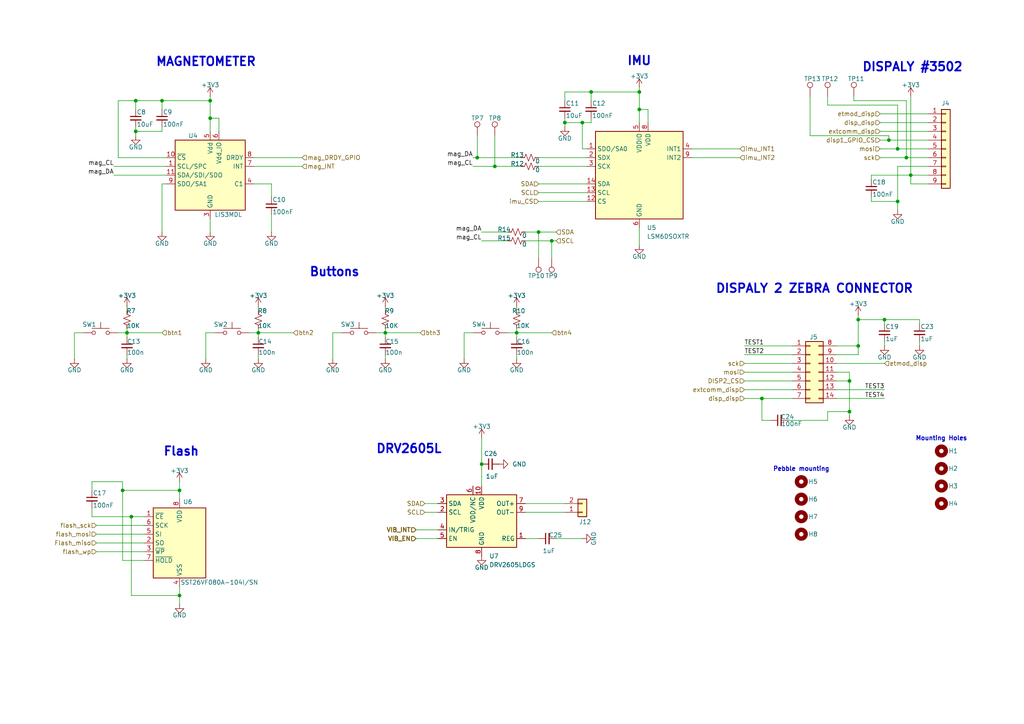
<source format=kicad_sch>
(kicad_sch (version 20231120) (generator "eeschema") (generator_version "8.0")
  (paper "A4")
  (lib_symbols
    (symbol "Connector:TestPoint" (pin_numbers hide) (pin_names (offset 0.762) hide)
      (property "Reference" "TP" (at 0 6.858 0))
      (property "Value" "TestPoint" (at 0 5.08 0))
      (symbol "TestPoint_0_1"
        (circle (center 0 3.302) (radius 0.762))
      )
      (symbol "TestPoint_1_1"
        (pin passive line (at 0 0 90) (length 2.54) (name "1") (number "1"))
      )
    )
    (symbol "Connector_Generic:Conn_01x02" (pin_names (offset 1.016) hide)
      (property "Reference" "J" (at 0 2.54 0))
      (property "Value" "Conn_01x02" (at 0 -5.08 0))
      (symbol "Conn_01x02_1_1"
        (rectangle (start -1.27 -2.413) (end 0 -2.667) (stroke (width 0.1524)))
        (rectangle (start -1.27 0.127) (end 0 -0.127) (stroke (width 0.1524)))
        (rectangle (start -1.27 1.27) (end 1.27 -3.81) (stroke (width 0.254)) (fill (type background)))
        (pin passive line (at -5.08 0 0) (length 3.81) (name "Pin_1") (number "1"))
        (pin passive line (at -5.08 -2.54 0) (length 3.81) (name "Pin_2") (number "2"))
      )
    )
    (symbol "Connector_Generic:Conn_01x09" (pin_names (offset 1.016) hide)
      (property "Reference" "J" (at 0 12.7 0))
      (property "Value" "Conn_01x09" (at 0 -12.7 0))
      (symbol "Conn_01x09_1_1"
        (rectangle (start -1.27 -10.033) (end 0 -10.287) (stroke (width 0.1524)))
        (rectangle (start -1.27 -7.493) (end 0 -7.747) (stroke (width 0.1524)))
        (rectangle (start -1.27 -4.953) (end 0 -5.207) (stroke (width 0.1524)))
        (rectangle (start -1.27 -2.413) (end 0 -2.667) (stroke (width 0.1524)))
        (rectangle (start -1.27 0.127) (end 0 -0.127) (stroke (width 0.1524)))
        (rectangle (start -1.27 2.667) (end 0 2.413) (stroke (width 0.1524)))
        (rectangle (start -1.27 5.207) (end 0 4.953) (stroke (width 0.1524)))
        (rectangle (start -1.27 7.747) (end 0 7.493) (stroke (width 0.1524)))
        (rectangle (start -1.27 10.287) (end 0 10.033) (stroke (width 0.1524)))
        (rectangle (start -1.27 11.43) (end 1.27 -11.43) (stroke (width 0.254)) (fill (type background)))
        (pin passive line (at -5.08 10.16 0) (length 3.81) (name "Pin_1") (number "1"))
        (pin passive line (at -5.08 7.62 0) (length 3.81) (name "Pin_2") (number "2"))
        (pin passive line (at -5.08 5.08 0) (length 3.81) (name "Pin_3") (number "3"))
        (pin passive line (at -5.08 2.54 0) (length 3.81) (name "Pin_4") (number "4"))
        (pin passive line (at -5.08 0 0) (length 3.81) (name "Pin_5") (number "5"))
        (pin passive line (at -5.08 -2.54 0) (length 3.81) (name "Pin_6") (number "6"))
        (pin passive line (at -5.08 -5.08 0) (length 3.81) (name "Pin_7") (number "7"))
        (pin passive line (at -5.08 -7.62 0) (length 3.81) (name "Pin_8") (number "8"))
        (pin passive line (at -5.08 -10.16 0) (length 3.81) (name "Pin_9") (number "9"))
      )
    )
    (symbol "Connector_Generic:Conn_02x07_Top_Bottom" (pin_names (offset 1.016) hide)
      (property "Reference" "J" (at 1.27 10.16 0))
      (property "Value" "Conn_02x07_Top_Bottom" (at 1.27 -10.16 0))
      (symbol "Conn_02x07_Top_Bottom_1_1"
        (rectangle (start -1.27 -7.493) (end 0 -7.747) (stroke (width 0.1524)))
        (rectangle (start -1.27 -4.953) (end 0 -5.207) (stroke (width 0.1524)))
        (rectangle (start -1.27 -2.413) (end 0 -2.667) (stroke (width 0.1524)))
        (rectangle (start -1.27 0.127) (end 0 -0.127) (stroke (width 0.1524)))
        (rectangle (start -1.27 2.667) (end 0 2.413) (stroke (width 0.1524)))
        (rectangle (start -1.27 5.207) (end 0 4.953) (stroke (width 0.1524)))
        (rectangle (start -1.27 7.747) (end 0 7.493) (stroke (width 0.1524)))
        (rectangle (start -1.27 8.89) (end 3.81 -8.89) (stroke (width 0.254)) (fill (type background)))
        (rectangle (start 3.81 -7.493) (end 2.54 -7.747) (stroke (width 0.1524)))
        (rectangle (start 3.81 -4.953) (end 2.54 -5.207) (stroke (width 0.1524)))
        (rectangle (start 3.81 -2.413) (end 2.54 -2.667) (stroke (width 0.1524)))
        (rectangle (start 3.81 0.127) (end 2.54 -0.127) (stroke (width 0.1524)))
        (rectangle (start 3.81 2.667) (end 2.54 2.413) (stroke (width 0.1524)))
        (rectangle (start 3.81 5.207) (end 2.54 4.953) (stroke (width 0.1524)))
        (rectangle (start 3.81 7.747) (end 2.54 7.493) (stroke (width 0.1524)))
        (pin passive line (at -5.08 7.62 0) (length 3.81) (name "Pin_1") (number "1"))
        (pin passive line (at 7.62 2.54 180) (length 3.81) (name "Pin_10") (number "10"))
        (pin passive line (at 7.62 0 180) (length 3.81) (name "Pin_11") (number "11"))
        (pin passive line (at 7.62 -2.54 180) (length 3.81) (name "Pin_12") (number "12"))
        (pin passive line (at 7.62 -5.08 180) (length 3.81) (name "Pin_13") (number "13"))
        (pin passive line (at 7.62 -7.62 180) (length 3.81) (name "Pin_14") (number "14"))
        (pin passive line (at -5.08 5.08 0) (length 3.81) (name "Pin_2") (number "2"))
        (pin passive line (at -5.08 2.54 0) (length 3.81) (name "Pin_3") (number "3"))
        (pin passive line (at -5.08 0 0) (length 3.81) (name "Pin_4") (number "4"))
        (pin passive line (at -5.08 -2.54 0) (length 3.81) (name "Pin_5") (number "5"))
        (pin passive line (at -5.08 -5.08 0) (length 3.81) (name "Pin_6") (number "6"))
        (pin passive line (at -5.08 -7.62 0) (length 3.81) (name "Pin_7") (number "7"))
        (pin passive line (at 7.62 7.62 180) (length 3.81) (name "Pin_8") (number "8"))
        (pin passive line (at 7.62 5.08 180) (length 3.81) (name "Pin_9") (number "9"))
      )
    )
    (symbol "Device:C_Small" (pin_numbers hide) (pin_names (offset 0.254) hide)
      (property "Reference" "C" (at 0.254 1.778 0))
      (property "Value" "C_Small" (at 0.254 -2.032 0))
      (symbol "C_Small_0_1"
        (polyline (pts (xy -1.524 -0.508) (xy 1.524 -0.508)) (stroke (width 0.3302)))
        (polyline (pts (xy -1.524 0.508) (xy 1.524 0.508)) (stroke (width 0.3048)))
      )
      (symbol "C_Small_1_1"
        (pin passive line (at 0 2.54 270) (length 2.032) (name "~") (number "1"))
        (pin passive line (at 0 -2.54 90) (length 2.032) (name "~") (number "2"))
      )
    )
    (symbol "Device:R_Small_US" (pin_numbers hide) (pin_names (offset 0.254) hide)
      (property "Reference" "R" (at 0.762 0.508 0))
      (property "Value" "R_Small_US" (at 0.762 -1.016 0))
      (symbol "R_Small_US_1_1"
        (polyline (pts (xy 0 0) (xy 1.016 -0.381) (xy 0 -0.762) (xy -1.016 -1.143) (xy 0 -1.524)))
        (polyline (pts (xy 0 1.524) (xy 1.016 1.143) (xy 0 0.762) (xy -1.016 0.381) (xy 0 0)))
        (pin passive line (at 0 2.54 270) (length 1.016) (name "~") (number "1"))
        (pin passive line (at 0 -2.54 90) (length 1.016) (name "~") (number "2"))
      )
    )
    (symbol "Driver_Haptic:DRV2605LDGS"
      (property "Reference" "U" (at -10.16 8.255 0))
      (property "Value" "DRV2605LDGS" (at 2.54 -8.89 0))
      (symbol "DRV2605LDGS_0_1"
        (rectangle (start -10.16 7.62) (end 10.16 -7.62) (stroke (width 0.254)) (fill (type background)))
      )
      (symbol "DRV2605LDGS_1_1"
        (pin passive line (at 12.7 -5.08 180) (length 2.54) (name "REG") (number "1"))
        (pin power_in line (at 0 10.16 270) (length 2.54) (name "VDD") (number "10"))
        (pin input line (at -12.7 2.54 0) (length 2.54) (name "SCL") (number "2"))
        (pin bidirectional line (at -12.7 5.08 0) (length 2.54) (name "SDA") (number "3"))
        (pin input line (at -12.7 -2.54 0) (length 2.54) (name "IN/TRIG") (number "4"))
        (pin input line (at -12.7 -5.08 0) (length 2.54) (name "EN") (number "5"))
        (pin power_in line (at -2.54 10.16 270) (length 2.54) (name "VDD/NC") (number "6"))
        (pin output line (at 12.7 5.08 180) (length 2.54) (name "OUT+") (number "7"))
        (pin power_in line (at 0 -10.16 90) (length 2.54) (name "GND") (number "8"))
        (pin output line (at 12.7 2.54 180) (length 2.54) (name "OUT-") (number "9"))
      )
    )
    (symbol "Mechanical:MountingHole" (pin_names (offset 1.016))
      (property "Reference" "H" (at 0 5.08 0))
      (property "Value" "MountingHole" (at 0 3.175 0))
      (symbol "MountingHole_0_1"
        (circle (center 0 0) (radius 1.27) (stroke (width 1.27)))
      )
    )
    (symbol "Memory_Flash:SST25VF080B-50-4x-S2Ax"
      (property "Reference" "U" (at -6.35 11.43 0))
      (property "Value" "SST25VF080B-50-4x-S2Ax" (at 13.97 11.43 0))
      (symbol "SST25VF080B-50-4x-S2Ax_0_1"
        (rectangle (start -7.62 10.16) (end 7.62 -10.16) (stroke (width 0.254)) (fill (type background)))
      )
      (symbol "SST25VF080B-50-4x-S2Ax_1_1"
        (pin input line (at -10.16 7.62 0) (length 2.54) (name "~{CE}") (number "1"))
        (pin output line (at -10.16 0 0) (length 2.54) (name "SO") (number "2"))
        (pin input line (at -10.16 -2.54 0) (length 2.54) (name "~{WP}") (number "3"))
        (pin power_in line (at 0 -12.7 90) (length 2.54) (name "VSS") (number "4"))
        (pin input line (at -10.16 2.54 0) (length 2.54) (name "SI") (number "5"))
        (pin input line (at -10.16 5.08 0) (length 2.54) (name "SCK") (number "6"))
        (pin input line (at -10.16 -5.08 0) (length 2.54) (name "~{HOLD}") (number "7"))
        (pin power_in line (at 0 12.7 270) (length 2.54) (name "VDD") (number "8"))
      )
    )
    (symbol "Sensor_Magnetic:LIS3MDL"
      (property "Reference" "U" (at -8.89 11.43 0))
      (property "Value" "LIS3MDL" (at 7.62 11.43 0))
      (symbol "LIS3MDL_0_1"
        (rectangle (start -10.16 10.16) (end 10.16 -10.16) (stroke (width 0.254)) (fill (type background)))
      )
      (symbol "LIS3MDL_1_1"
        (pin input line (at -12.7 2.54 0) (length 2.54) (name "SCL/SPC") (number "1"))
        (pin input line (at -12.7 5.08 0) (length 2.54) (name "~{CS}") (number "10"))
        (pin bidirectional line (at -12.7 0 0) (length 2.54) (name "SDA/SDI/SDO") (number "11"))
        (pin passive line (at 0 -12.7 90) (length 2.54) hide (name "GND") (number "12"))
        (pin passive line (at 0 -12.7 90) (length 2.54) hide (name "GND") (number "2"))
        (pin power_in line (at 0 -12.7 90) (length 2.54) (name "GND") (number "3"))
        (pin power_out line (at 12.7 -2.54 180) (length 2.54) (name "C1") (number "4"))
        (pin power_in line (at 0 12.7 270) (length 2.54) (name "Vdd") (number "5"))
        (pin power_in line (at 2.54 12.7 270) (length 2.54) (name "Vdd_IO") (number "6"))
        (pin output line (at 12.7 2.54 180) (length 2.54) (name "INT") (number "7"))
        (pin output line (at 12.7 5.08 180) (length 2.54) (name "DRDY") (number "8"))
        (pin bidirectional line (at -12.7 -2.54 0) (length 2.54) (name "SDO/SA1") (number "9"))
      )
    )
    (symbol "Sensor_Motion:LSM6DS3"
      (property "Reference" "U" (at -11.43 15.24 0))
      (property "Value" "LSM6DS3" (at -11.43 12.7 0))
      (symbol "LSM6DS3_0_1"
        (rectangle (start -12.7 12.7) (end 12.7 -12.7) (stroke (width 0.254)) (fill (type background)))
      )
      (symbol "LSM6DS3_1_1"
        (pin bidirectional line (at -15.24 7.62 0) (length 2.54) (name "SDO/SA0") (number "1"))
        (pin no_connect line (at 12.7 -5.08 180) (length 3.81) hide (name "NC") (number "10"))
        (pin no_connect line (at 12.7 -2.54 180) (length 3.81) hide (name "NC") (number "11"))
        (pin input line (at -15.24 -7.62 0) (length 2.54) (name "CS") (number "12"))
        (pin input line (at -15.24 -5.08 0) (length 2.54) (name "SCL") (number "13"))
        (pin bidirectional line (at -15.24 -2.54 0) (length 2.54) (name "SDA") (number "14"))
        (pin bidirectional line (at -15.24 5.08 0) (length 2.54) (name "SDX") (number "2"))
        (pin input line (at -15.24 2.54 0) (length 2.54) (name "SCX") (number "3"))
        (pin output line (at 15.24 7.62 180) (length 2.54) (name "INT1") (number "4"))
        (pin power_in line (at 0 15.24 270) (length 2.54) (name "VDDIO") (number "5"))
        (pin power_in line (at 0 -15.24 90) (length 2.54) (name "GND") (number "6"))
        (pin passive line (at 0 -15.24 90) (length 2.54) hide (name "GND") (number "7"))
        (pin power_in line (at 2.54 15.24 270) (length 2.54) (name "VDD") (number "8"))
        (pin output line (at 15.24 5.08 180) (length 2.54) (name "INT2") (number "9"))
      )
    )
    (symbol "Switch:SW_Push" (pin_numbers hide) (pin_names (offset 1.016) hide)
      (property "Reference" "SW" (at 1.27 2.54 0))
      (property "Value" "SW_Push" (at 0 -1.524 0))
      (symbol "SW_Push_0_1"
        (circle (center -2.032 0) (radius 0.508))
        (polyline (pts (xy 0 1.27) (xy 0 3.048)))
        (polyline (pts (xy 2.54 1.27) (xy -2.54 1.27)))
        (circle (center 2.032 0) (radius 0.508))
        (pin passive line (at -5.08 0 0) (length 2.54) (name "1") (number "1"))
        (pin passive line (at 5.08 0 180) (length 2.54) (name "2") (number "2"))
      )
    )
    (symbol "power:+3V3" (power) (pin_numbers hide) (pin_names (offset 0) hide)
      (property "Value" "+3V3" (at 0 3.556 0))
      (symbol "+3V3_0_1"
        (polyline (pts (xy -0.762 1.27) (xy 0 2.54)))
        (polyline (pts (xy 0 0) (xy 0 2.54)))
        (polyline (pts (xy 0 2.54) (xy 0.762 1.27)))
      )
      (symbol "+3V3_1_1"
        (pin power_in line (at 0 0 90) (length 0) (name "~") (number "1"))
      )
    )
    (symbol "power:GND" (power) (pin_numbers hide) (pin_names (offset 0) hide)
      (property "Value" "GND" (at 0 -3.81 0))
      (symbol "GND_0_1"
        (polyline (pts (xy 0 0) (xy 0 -1.27) (xy 1.27 -1.27) (xy 0 -2.54) (xy -1.27 -1.27) (xy 0 -1.27)))
      )
      (symbol "GND_1_1"
        (pin power_in line (at 0 0 270) (length 0) (name "~") (number "1"))
      )
    )
  )
  (junction (at 143.51 48.26))
  (junction (at 257.81 40.64))
  (junction (at 264.16 50.8))
  (junction (at 46.99 29.21))
  (junction (at 139.7 134.62))
  (junction (at 74.93 96.52))
  (junction (at 35.56 142.24))
  (junction (at 138.43 45.72))
  (junction (at 220.98 115.57))
  (junction (at 185.42 31.75))
  (junction (at 60.96 29.21))
  (junction (at 185.42 26.67))
  (junction (at 160.02 69.85))
  (junction (at 248.92 92.71))
  (junction (at 163.83 35.56))
  (junction (at 171.45 26.67))
  (junction (at 156.21 67.31))
  (junction (at 60.96 34.29))
  (junction (at 52.07 142.24))
  (junction (at 111.76 96.52))
  (junction (at 38.1 149.86))
  (junction (at 262.89 45.72))
  (junction (at 248.92 100.33))
  (junction (at 36.83 96.52))
  (junction (at 260.35 43.18))
  (junction (at 256.54 92.71))
  (junction (at 246.38 119.38))
  (junction (at 168.91 35.56))
  (junction (at 149.86 96.52))
  (junction (at 260.35 58.42))
  (junction (at 246.38 110.49))
  (junction (at 39.37 38.1))
  (junction (at 52.07 172.72))
  (junction (at 39.37 29.21))
  (wire (pts (xy 120.65 156.21) (xy 127 156.21)))
  (wire (pts (xy 139.7 127) (xy 139.7 134.62)))
  (wire (pts (xy 248.92 92.71) (xy 248.92 100.33)))
  (wire (pts (xy 185.42 26.67) (xy 185.42 31.75)))
  (wire (pts (xy 242.57 100.33) (xy 248.92 100.33)))
  (wire (pts (xy 257.81 40.64) (xy 257.81 39.37)))
  (wire (pts (xy 247.65 29.21) (xy 262.89 29.21)))
  (wire (pts (xy 266.7 99.06) (xy 266.7 100.33)))
  (wire (pts (xy 139.7 69.85) (xy 147.32 69.85)))
  (wire (pts (xy 242.57 107.95) (xy 246.38 107.95)))
  (wire (pts (xy 170.18 43.18) (xy 168.91 43.18)))
  (wire (pts (xy 46.99 67.31) (xy 46.99 53.34)))
  (wire (pts (xy 214.63 43.18) (xy 200.66 43.18)))
  (wire (pts (xy 266.7 93.98) (xy 266.7 92.71)))
  (wire (pts (xy 228.6 121.92) (xy 240.03 121.92)))
  (wire (pts (xy 60.96 29.21) (xy 60.96 34.29)))
  (wire (pts (xy 240.03 119.38) (xy 246.38 119.38)))
  (wire (pts (xy 171.45 26.67) (xy 185.42 26.67)))
  (wire (pts (xy 143.51 39.37) (xy 143.51 48.26)))
  (wire (pts (xy 137.16 96.52) (xy 134.62 96.52)))
  (wire (pts (xy 36.83 102.87) (xy 36.83 104.14)))
  (wire (pts (xy 163.83 29.21) (xy 163.83 26.67)))
  (wire (pts (xy 152.4 156.21) (xy 156.21 156.21)))
  (wire (pts (xy 252.73 52.07) (xy 252.73 50.8)))
  (wire (pts (xy 215.9 105.41) (xy 229.87 105.41)))
  (wire (pts (xy 187.96 31.75) (xy 185.42 31.75)))
  (wire (pts (xy 139.7 134.62) (xy 139.7 140.97)))
  (wire (pts (xy 266.7 92.71) (xy 256.54 92.71)))
  (wire (pts (xy 168.91 35.56) (xy 163.83 35.56)))
  (wire (pts (xy 46.99 36.83) (xy 46.99 38.1)))
  (wire (pts (xy 123.19 148.59) (xy 127 148.59)))
  (wire (pts (xy 156.21 48.26) (xy 170.18 48.26)))
  (wire (pts (xy 252.73 58.42) (xy 260.35 58.42)))
  (wire (pts (xy 74.93 88.9) (xy 74.93 90.17)))
  (wire (pts (xy 215.9 100.33) (xy 229.87 100.33)))
  (wire (pts (xy 260.35 58.42) (xy 260.35 60.96)))
  (wire (pts (xy 96.52 104.14) (xy 96.52 96.52)))
  (wire (pts (xy 60.96 67.31) (xy 60.96 63.5)))
  (wire (pts (xy 156.21 55.88) (xy 170.18 55.88)))
  (wire (pts (xy 171.45 35.56) (xy 168.91 35.56)))
  (wire (pts (xy 262.89 29.21) (xy 262.89 45.72)))
  (wire (pts (xy 260.35 43.18) (xy 260.35 30.48)))
  (wire (pts (xy 260.35 48.26) (xy 260.35 58.42)))
  (wire (pts (xy 34.29 45.72) (xy 48.26 45.72)))
  (wire (pts (xy 74.93 102.87) (xy 74.93 104.14)))
  (wire (pts (xy 137.16 48.26) (xy 143.51 48.26)))
  (wire (pts (xy 72.39 96.52) (xy 74.93 96.52)))
  (wire (pts (xy 26.67 149.86) (xy 38.1 149.86)))
  (wire (pts (xy 215.9 113.03) (xy 229.87 113.03)))
  (wire (pts (xy 109.22 96.52) (xy 111.76 96.52)))
  (wire (pts (xy 39.37 31.75) (xy 39.37 29.21)))
  (wire (pts (xy 264.16 27.94) (xy 264.16 50.8)))
  (wire (pts (xy 63.5 38.1) (xy 63.5 34.29)))
  (wire (pts (xy 214.63 45.72) (xy 200.66 45.72)))
  (wire (pts (xy 139.7 67.31) (xy 147.32 67.31)))
  (wire (pts (xy 256.54 92.71) (xy 248.92 92.71)))
  (wire (pts (xy 52.07 139.7) (xy 52.07 142.24)))
  (wire (pts (xy 52.07 172.72) (xy 52.07 170.18)))
  (wire (pts (xy 134.62 104.14) (xy 134.62 96.52)))
  (wire (pts (xy 60.96 34.29) (xy 60.96 38.1)))
  (wire (pts (xy 242.57 102.87) (xy 248.92 102.87)))
  (wire (pts (xy 161.29 69.85) (xy 160.02 69.85)))
  (wire (pts (xy 252.73 57.15) (xy 252.73 58.42)))
  (wire (pts (xy 240.03 121.92) (xy 240.03 119.38)))
  (wire (pts (xy 185.42 66.04) (xy 185.42 71.12)))
  (wire (pts (xy 168.91 35.56) (xy 168.91 43.18)))
  (wire (pts (xy 27.94 157.48) (xy 41.91 157.48)))
  (wire (pts (xy 215.9 102.87) (xy 229.87 102.87)))
  (wire (pts (xy 38.1 149.86) (xy 38.1 172.72)))
  (wire (pts (xy 234.95 27.94) (xy 234.95 39.37)))
  (wire (pts (xy 41.91 149.86) (xy 38.1 149.86)))
  (wire (pts (xy 255.27 40.64) (xy 257.81 40.64)))
  (wire (pts (xy 35.56 142.24) (xy 52.07 142.24)))
  (wire (pts (xy 111.76 88.9) (xy 111.76 90.17)))
  (wire (pts (xy 33.02 50.8) (xy 48.26 50.8)))
  (wire (pts (xy 138.43 45.72) (xy 151.13 45.72)))
  (wire (pts (xy 255.27 35.56) (xy 269.24 35.56)))
  (wire (pts (xy 78.74 53.34) (xy 73.66 53.34)))
  (wire (pts (xy 74.93 95.25) (xy 74.93 96.52)))
  (wire (pts (xy 152.4 148.59) (xy 163.83 148.59)))
  (wire (pts (xy 36.83 88.9) (xy 36.83 90.17)))
  (wire (pts (xy 161.29 156.21) (xy 168.91 156.21)))
  (wire (pts (xy 185.42 31.75) (xy 185.42 35.56)))
  (wire (pts (xy 36.83 95.25) (xy 36.83 96.52)))
  (wire (pts (xy 215.9 107.95) (xy 229.87 107.95)))
  (wire (pts (xy 264.16 50.8) (xy 264.16 53.34)))
  (wire (pts (xy 39.37 29.21) (xy 46.99 29.21)))
  (wire (pts (xy 74.93 96.52) (xy 74.93 97.79)))
  (wire (pts (xy 163.83 35.56) (xy 163.83 36.83)))
  (wire (pts (xy 161.29 67.31) (xy 156.21 67.31)))
  (wire (pts (xy 62.23 96.52) (xy 59.69 96.52)))
  (wire (pts (xy 246.38 110.49) (xy 246.38 119.38)))
  (wire (pts (xy 24.13 96.52) (xy 21.59 96.52)))
  (wire (pts (xy 21.59 104.14) (xy 21.59 96.52)))
  (wire (pts (xy 185.42 25.4) (xy 185.42 26.67)))
  (wire (pts (xy 143.51 48.26) (xy 151.13 48.26)))
  (wire (pts (xy 33.02 48.26) (xy 48.26 48.26)))
  (wire (pts (xy 138.43 39.37) (xy 138.43 45.72)))
  (wire (pts (xy 137.16 45.72) (xy 138.43 45.72)))
  (wire (pts (xy 63.5 34.29) (xy 60.96 34.29)))
  (wire (pts (xy 35.56 142.24) (xy 35.56 139.7)))
  (wire (pts (xy 36.83 96.52) (xy 36.83 97.79)))
  (wire (pts (xy 87.63 45.72) (xy 73.66 45.72)))
  (wire (pts (xy 171.45 34.29) (xy 171.45 35.56)))
  (wire (pts (xy 34.29 45.72) (xy 34.29 29.21)))
  (wire (pts (xy 46.99 38.1) (xy 39.37 38.1)))
  (wire (pts (xy 120.65 153.67) (xy 127 153.67)))
  (wire (pts (xy 111.76 96.52) (xy 111.76 97.79)))
  (wire (pts (xy 111.76 95.25) (xy 111.76 96.52)))
  (wire (pts (xy 240.03 30.48) (xy 240.03 27.94)))
  (wire (pts (xy 262.89 45.72) (xy 269.24 45.72)))
  (wire (pts (xy 123.19 146.05) (xy 127 146.05)))
  (wire (pts (xy 60.96 27.94) (xy 60.96 29.21)))
  (wire (pts (xy 59.69 104.14) (xy 59.69 96.52)))
  (wire (pts (xy 87.63 48.26) (xy 73.66 48.26)))
  (wire (pts (xy 215.9 110.49) (xy 229.87 110.49)))
  (wire (pts (xy 163.83 34.29) (xy 163.83 35.56)))
  (wire (pts (xy 246.38 107.95) (xy 246.38 110.49)))
  (wire (pts (xy 149.86 96.52) (xy 160.02 96.52)))
  (wire (pts (xy 46.99 53.34) (xy 48.26 53.34)))
  (wire (pts (xy 46.99 29.21) (xy 60.96 29.21)))
  (wire (pts (xy 171.45 29.21) (xy 171.45 26.67)))
  (wire (pts (xy 160.02 69.85) (xy 160.02 74.93)))
  (wire (pts (xy 163.83 26.67) (xy 171.45 26.67)))
  (wire (pts (xy 34.29 29.21) (xy 39.37 29.21)))
  (wire (pts (xy 99.06 96.52) (xy 96.52 96.52)))
  (wire (pts (xy 149.86 95.25) (xy 149.86 96.52)))
  (wire (pts (xy 252.73 50.8) (xy 264.16 50.8)))
  (wire (pts (xy 256.54 93.98) (xy 256.54 92.71)))
  (wire (pts (xy 223.52 121.92) (xy 220.98 121.92)))
  (wire (pts (xy 255.27 45.72) (xy 262.89 45.72)))
  (wire (pts (xy 156.21 58.42) (xy 170.18 58.42)))
  (wire (pts (xy 215.9 115.57) (xy 220.98 115.57)))
  (wire (pts (xy 246.38 110.49) (xy 242.57 110.49)))
  (wire (pts (xy 34.29 96.52) (xy 36.83 96.52)))
  (wire (pts (xy 26.67 139.7) (xy 35.56 139.7)))
  (wire (pts (xy 39.37 38.1) (xy 39.37 39.37)))
  (wire (pts (xy 52.07 142.24) (xy 52.07 144.78)))
  (wire (pts (xy 255.27 38.1) (xy 269.24 38.1)))
  (wire (pts (xy 152.4 146.05) (xy 163.83 146.05)))
  (wire (pts (xy 240.03 30.48) (xy 260.35 30.48)))
  (wire (pts (xy 269.24 48.26) (xy 260.35 48.26)))
  (wire (pts (xy 247.65 27.94) (xy 247.65 29.21)))
  (wire (pts (xy 257.81 40.64) (xy 269.24 40.64)))
  (wire (pts (xy 74.93 96.52) (xy 85.09 96.52)))
  (wire (pts (xy 149.86 96.52) (xy 149.86 97.79)))
  (wire (pts (xy 147.32 96.52) (xy 149.86 96.52)))
  (wire (pts (xy 156.21 53.34) (xy 170.18 53.34)))
  (wire (pts (xy 39.37 36.83) (xy 39.37 38.1)))
  (wire (pts (xy 36.83 96.52) (xy 46.99 96.52)))
  (wire (pts (xy 111.76 102.87) (xy 111.76 104.14)))
  (wire (pts (xy 255.27 33.02) (xy 269.24 33.02)))
  (wire (pts (xy 264.16 53.34) (xy 269.24 53.34)))
  (wire (pts (xy 246.38 119.38) (xy 246.38 120.65)))
  (wire (pts (xy 38.1 172.72) (xy 52.07 172.72)))
  (wire (pts (xy 52.07 172.72) (xy 52.07 175.26)))
  (wire (pts (xy 41.91 162.56) (xy 35.56 162.56)))
  (wire (pts (xy 156.21 45.72) (xy 170.18 45.72)))
  (wire (pts (xy 78.74 57.15) (xy 78.74 53.34)))
  (wire (pts (xy 256.54 115.57) (xy 242.57 115.57)))
  (wire (pts (xy 256.54 105.41) (xy 242.57 105.41)))
  (wire (pts (xy 27.94 152.4) (xy 41.91 152.4)))
  (wire (pts (xy 269.24 50.8) (xy 264.16 50.8)))
  (wire (pts (xy 220.98 115.57) (xy 229.87 115.57)))
  (wire (pts (xy 78.74 67.31) (xy 78.74 62.23)))
  (wire (pts (xy 248.92 102.87) (xy 248.92 100.33)))
  (wire (pts (xy 156.21 67.31) (xy 156.21 74.93)))
  (wire (pts (xy 257.81 39.37) (xy 234.95 39.37)))
  (wire (pts (xy 27.94 160.02) (xy 41.91 160.02)))
  (wire (pts (xy 26.67 147.32) (xy 26.67 149.86)))
  (wire (pts (xy 256.54 99.06) (xy 256.54 100.33)))
  (wire (pts (xy 187.96 35.56) (xy 187.96 31.75)))
  (wire (pts (xy 111.76 96.52) (xy 121.92 96.52)))
  (wire (pts (xy 149.86 102.87) (xy 149.86 104.14)))
  (wire (pts (xy 156.21 67.31) (xy 152.4 67.31)))
  (wire (pts (xy 260.35 43.18) (xy 269.24 43.18)))
  (wire (pts (xy 149.86 88.9) (xy 149.86 90.17)))
  (wire (pts (xy 46.99 31.75) (xy 46.99 29.21)))
  (wire (pts (xy 220.98 115.57) (xy 220.98 121.92)))
  (wire (pts (xy 248.92 91.44) (xy 248.92 92.71)))
  (wire (pts (xy 255.27 43.18) (xy 260.35 43.18)))
  (wire (pts (xy 26.67 139.7) (xy 26.67 142.24)))
  (wire (pts (xy 35.56 162.56) (xy 35.56 142.24)))
  (wire (pts (xy 256.54 113.03) (xy 242.57 113.03)))
  (wire (pts (xy 27.94 154.94) (xy 41.91 154.94)))
  (wire (pts (xy 160.02 69.85) (xy 152.4 69.85)))
  (text "MAGNETOMETER " (at 60.706 18.034 0) (effects (font (size 2.5 2.5) (thickness 0.5) (bold yes))))
  (text "DISPALY #3502" (at 264.668 19.558 0) (effects (font (size 2.5 2.5) (thickness 0.5) (bold yes))))
  (text "Buttons" (at 97.028 78.994 0) (effects (font (size 2.5 2.5) (thickness 0.5) (bold yes))))
  (text "Mounting Holes" (at 273.05 127.254 0) (effects (font (size 1.27 1.27) (thickness 0.254) (bold yes))))
  (text "DISPALY 2 ZEBRA CONNECTOR" (at 236.22 83.82 0) (effects (font (size 2.5 2.5) (thickness 0.5) (bold yes))))
  (text "Pebble mounting" (at 232.41 136.144 0) (effects (font (size 1.27 1.27) (thickness 0.254) (bold yes))))
  (text "Flash" (at 52.578 131.064 0) (effects (font (size 2.5 2.5) (thickness 0.5) (bold yes))))
  (text "IMU" (at 185.42 17.78 0) (effects (font (size 2.5 2.5) (thickness 0.5) (bold yes))))
  (text "DRV2605L" (at 118.618 130.302 0) (effects (font (size 2.5 2.5) (thickness 0.5) (bold yes))))
  (label "TEST3" (at 256.54 113.03 180))
  (label "mag_CL" (at 33.02 48.26 180))
  (label "mag_DA" (at 139.7 67.31 180))
  (label "mag_DA" (at 137.16 45.72 180))
  (label "TEST2" (at 215.9 102.87 0))
  (label "mag_DA" (at 33.02 50.8 180))
  (label "mag_CL" (at 139.7 69.85 180))
  (label "mag_CL" (at 137.16 48.26 180))
  (label "TEST4" (at 256.54 115.57 180))
  (label "TEST1" (at 215.9 100.33 0))
  (hierarchical_label "disp1_GPIO_CS" (shape input) (at 255.27 40.64 180))
  (hierarchical_label "imu_INT2" (shape input) (at 214.63 45.72 0))
  (hierarchical_label "imu_INT1" (shape input) (at 214.63 43.18 0))
  (hierarchical_label "flash_mosi" (shape input) (at 27.94 154.94 180))
  (hierarchical_label "sck" (shape input) (at 215.9 105.41 180))
  (hierarchical_label "btn3" (shape input) (at 121.92 96.52 0))
  (hierarchical_label "btn2" (shape input) (at 85.09 96.52 0))
  (hierarchical_label "VIB_INT" (shape input) (at 120.65 153.67 180) (effects (font (thickness 0.254) (bold yes))))
  (hierarchical_label "SCL" (shape input) (at 161.29 69.85 0))
  (hierarchical_label "extcomm_disp" (shape input) (at 215.9 113.03 180))
  (hierarchical_label "VIB_EN" (shape input) (at 120.65 156.21 180) (effects (font (thickness 0.254) (bold yes))))
  (hierarchical_label "DISP2_CS" (shape input) (at 215.9 110.49 180))
  (hierarchical_label "flash_wp" (shape input) (at 27.94 160.02 180))
  (hierarchical_label "btn1" (shape input) (at 46.99 96.52 0))
  (hierarchical_label "flash_sck" (shape input) (at 27.94 152.4 180))
  (hierarchical_label "extcomm_disp" (shape input) (at 255.27 38.1 180))
  (hierarchical_label "Flash_miso" (shape input) (at 27.94 157.48 180))
  (hierarchical_label "disp_disp" (shape input) (at 215.9 115.57 180))
  (hierarchical_label "mosi" (shape input) (at 215.9 107.95 180))
  (hierarchical_label "mag_INT" (shape input) (at 87.63 48.26 0))
  (hierarchical_label "SDA" (shape input) (at 123.19 146.05 180))
  (hierarchical_label "SCL" (shape input) (at 156.21 55.88 180))
  (hierarchical_label "imu_CS" (shape input) (at 156.21 58.42 180))
  (hierarchical_label "mag_DRDY_GPIO" (shape input) (at 87.63 45.72 0))
  (hierarchical_label "SCL" (shape input) (at 123.19 148.59 180))
  (hierarchical_label "etmod_disp" (shape input) (at 256.54 105.41 0))
  (hierarchical_label "sck" (shape input) (at 255.27 45.72 180))
  (hierarchical_label "SDA" (shape input) (at 161.29 67.31 0))
  (hierarchical_label "btn4" (shape input) (at 160.02 96.52 0))
  (hierarchical_label "disp_disp" (shape input) (at 255.27 35.56 180))
  (hierarchical_label "mosi" (shape input) (at 255.27 43.18 180))
  (hierarchical_label "SDA" (shape input) (at 156.21 53.34 180))
  (hierarchical_label "etmod_disp" (shape input) (at 255.27 33.02 180))
  (symbol (lib_id "power:GND") (at 46.99 67.31 0) (unit 1)
    (property "Reference" "#PWR028" (effects (hide yes)))
    (property "Value" "GND" (at 46.99 70.612 0))
    (property "Description" "Power symbol creates a global label with name \"GND\" , ground" (effects (hide yes)))
  )
  (symbol (lib_id "Connector:TestPoint") (at 156.21 74.93 180) (unit 1)
    (property "Reference" "TP10" (at 157.988 80.01 0) (effects (justify left)))
    (property "Value" "TestPoint" (effects (hide yes)))
    (property "Footprint" "TestPoint:TestPoint_Pad_1.5x1.5mm" (effects (hide yes)))
    (property "Description" "test point" (effects (hide yes)))
  )
  (symbol (lib_id "power:GND") (at 134.62 104.14 0) (unit 1)
    (property "Reference" "#PWR043" (effects (hide yes)))
    (property "Value" "GND" (at 134.62 107.315 0))
  )
  (symbol (lib_id "Device:C_Small") (at 46.99 34.29 0) (unit 1)
    (property "Reference" "C9" (at 47.244 32.512 0) (effects (justify left)))
    (property "Value" "100nF" (at 47.244 36.068 0) (effects (justify left)))
    (property "Footprint" "Capacitor_SMD:C_0603_1608Metric_Pad1.08x0.95mm_HandSolder" (effects (hide yes)))
    (property "Description" "Unpolarized capacitor, small symbol" (effects (hide yes)))
  )
  (symbol (lib_id "Switch:SW_Push") (at 29.21 96.52 0) (unit 1)
    (property "Reference" "SW1" (at 25.908 94.107 0))
    (property "Value" "SW_Push" (effects (hide yes)))
    (property "Footprint" "greencharge-footprints:SKRPACE010" (effects (hide yes)))
  )
  (symbol (lib_id "Sensor_Magnetic:LIS3MDL") (at 60.96 50.8 0) (unit 1)
    (property "Reference" "U4" (at 54.61 39.37 0) (effects (justify left)))
    (property "Value" "LIS3MDL" (at 62.23 62.23 0) (effects (justify left)))
    (property "Footprint" "Package_LGA:LGA-12_2x2mm_P0.5mm" (effects (hide yes)))
    (property "Datasheet" "https://www.st.com/resource/en/datasheet/lis3mdl.pdf" (effects (hide yes)))
    (property "Description" "Ultra-low-power, 3-axis digital output magnetometer, LGA-12" (effects (hide yes)))
    (property "MFR#" "LIS3MDLTR" (effects (hide yes)))
  )
  (symbol (lib_id "power:GND") (at 36.83 104.14 0) (unit 1)
    (property "Reference" "#PWR036" (effects (hide yes)))
    (property "Value" "GND" (at 36.83 107.315 0))
  )
  (symbol (lib_id "Connector:TestPoint") (at 143.51 39.37 0) (unit 1)
    (property "Reference" "TP8" (at 141.732 34.29 0) (effects (justify left)))
    (property "Value" "TestPoint" (effects (hide yes)))
    (property "Footprint" "TestPoint:TestPoint_Pad_1.5x1.5mm" (effects (hide yes)))
    (property "Description" "test point" (effects (hide yes)))
  )
  (symbol (lib_id "Memory_Flash:SST25VF080B-50-4x-S2Ax") (at 52.07 157.48 0) (unit 1)
    (property "Reference" "U6" (at 53.086 145.542 0) (effects (justify left)))
    (property "Value" "SST26VF080A-104I/SN" (at 52.324 168.91 0) (effects (justify left)))
    (property "Footprint" "Package_SO:SOIC-8_3.9x4.9mm_P1.27mm" (effects (hide yes)))
    (property "Datasheet" "http://ww1.microchip.com/downloads/en/DeviceDoc/20005045C.pdf" (effects (hide yes)))
    (property "Description" "8-Mbit, 2.7 to 3.6V, SPI Flash Memory, SOIC-8" (effects (hide yes)))
    (property "MFR#" "SST26VF080A-104I/SN" (effects (hide yes)))
  )
  (symbol (lib_id "Switch:SW_Push") (at 142.24 96.52 0) (unit 1)
    (property "Reference" "SW4" (at 138.938 94.107 0))
    (property "Value" "SW_Push" (effects (hide yes)))
    (property "Footprint" "greencharge-footprints:SKRPACE010" (effects (hide yes)))
  )
  (symbol (lib_id "power:GND") (at 144.78 134.62 90) (unit 1)
    (property "Reference" "#PWR09" (effects (hide yes)))
    (property "Value" "GND" (at 148.59 134.6199 90) (effects (justify right)))
    (property "Description" "Power symbol creates a global label with name \"GND\" , ground" (effects (hide yes)))
  )
  (symbol (lib_id "Device:C_Small") (at 26.67 144.78 0) (unit 1)
    (property "Reference" "C17" (at 26.924 143.002 0) (effects (justify left)))
    (property "Value" "100nF" (at 26.924 146.558 0) (effects (justify left)))
    (property "Footprint" "Capacitor_SMD:C_0603_1608Metric_Pad1.08x0.95mm_HandSolder" (effects (hide yes)))
    (property "Description" "Unpolarized capacitor, small symbol" (effects (hide yes)))
  )
  (symbol (lib_id "Switch:SW_Push") (at 67.31 96.52 0) (unit 1)
    (property "Reference" "SW2" (at 64.008 94.107 0))
    (property "Value" "SW_Push" (effects (hide yes)))
    (property "Footprint" "greencharge-footprints:SKRPACE010" (effects (hide yes)))
  )
  (symbol (lib_id "Mechanical:MountingHole") (at 232.41 149.86 0) (unit 1) (in_bom no)
    (property "Reference" "H7" (at 234.442 149.86 0) (effects (justify left)))
    (property "Value" "MountingHole" (effects (hide yes)))
    (property "Footprint" "MountingHole:MountingHole_2.1mm" (effects (hide yes)))
    (property "Description" "Mounting Hole without connection" (effects (hide yes)))
  )
  (symbol (lib_id "power:GND") (at 60.96 67.31 0) (unit 1)
    (property "Reference" "#PWR029" (effects (hide yes)))
    (property "Value" "GND" (at 60.96 70.612 0))
    (property "Description" "Power symbol creates a global label with name \"GND\" , ground" (effects (hide yes)))
  )
  (symbol (lib_id "power:+3V3") (at 74.93 88.9 0) (unit 1)
    (property "Reference" "#PWR038" (effects (hide yes)))
    (property "Value" "+3V3" (at 74.93 85.725 0))
  )
  (symbol (lib_id "Device:C_Small") (at 111.76 100.33 0) (unit 1)
    (property "Reference" "C15" (at 111.76 99.06 0) (effects (justify left)))
    (property "Value" "100n" (at 111.76 102.235 0) (effects (justify left)))
    (property "Footprint" "Capacitor_SMD:C_0603_1608Metric_Pad1.08x0.95mm_HandSolder" (effects (hide yes)))
  )
  (symbol (lib_id "Device:R_Small_US") (at 149.86 69.85 270) (unit 1)
    (property "Reference" "R15" (at 144.272 69.088 90) (effects (justify left)))
    (property "Value" "0" (at 151.384 70.866 90) (effects (justify left)))
    (property "Footprint" "Resistor_SMD:R_0603_1608Metric" (effects (hide yes)))
  )
  (symbol (lib_id "power:GND") (at 111.76 104.14 0) (unit 1)
    (property "Reference" "#PWR042" (effects (hide yes)))
    (property "Value" "GND" (at 111.76 107.315 0))
  )
  (symbol (lib_id "Mechanical:MountingHole") (at 273.05 135.89 0) (unit 1) (in_bom no)
    (property "Reference" "H2" (at 275.082 135.89 0) (effects (justify left)))
    (property "Value" "MountingHole" (effects (hide yes)))
    (property "Footprint" "MountingHole:MountingHole_3.2mm_M3" (effects (hide yes)))
    (property "Description" "Mounting Hole without connection" (effects (hide yes)))
  )
  (symbol (lib_id "power:+3V3") (at 52.07 139.7 0) (unit 1)
    (property "Reference" "#PWR047" (effects (hide yes)))
    (property "Value" "+3V3" (at 52.07 136.525 0))
  )
  (symbol (lib_id "Device:R_Small_US") (at 111.76 92.71 180) (unit 1)
    (property "Reference" "R9" (at 114.3 90.17 0) (effects (justify left)))
    (property "Value" "10K" (at 115.57 94.488 0) (effects (justify left)))
    (property "Footprint" "Resistor_SMD:R_0603_1608Metric" (effects (hide yes)))
  )
  (symbol (lib_id "Device:C_Small") (at 78.74 59.69 0) (unit 1)
    (property "Reference" "C10" (at 78.994 57.912 0) (effects (justify left)))
    (property "Value" "100nF" (at 78.994 61.468 0) (effects (justify left)))
    (property "Footprint" "Capacitor_SMD:C_0603_1608Metric_Pad1.08x0.95mm_HandSolder" (effects (hide yes)))
    (property "Description" "Unpolarized capacitor, small symbol" (effects (hide yes)))
  )
  (symbol (lib_id "power:+3V3") (at 60.96 27.94 0) (unit 1)
    (property "Reference" "#PWR026" (effects (hide yes)))
    (property "Value" "+3V3" (at 60.96 24.638 0))
    (property "Description" "Power symbol creates a global label with name \"+3V3\"" (effects (hide yes)))
  )
  (symbol (lib_id "Connector:TestPoint") (at 234.95 27.94 0) (unit 1)
    (property "Reference" "TP13" (at 233.172 22.86 0) (effects (justify left)))
    (property "Value" "TestPoint" (effects (hide yes)))
    (property "Footprint" "TestPoint:TestPoint_Pad_1.5x1.5mm" (effects (hide yes)))
    (property "Description" "test point" (effects (hide yes)))
  )
  (symbol (lib_id "Device:C_Small") (at 226.06 121.92 90) (unit 1)
    (property "Reference" "C24" (at 230.378 120.904 90) (effects (justify left)))
    (property "Value" "100nF" (at 232.664 122.936 90) (effects (justify left)))
    (property "Footprint" "Capacitor_SMD:C_0603_1608Metric_Pad1.08x0.95mm_HandSolder" (effects (hide yes)))
    (property "Description" "Unpolarized capacitor, small symbol" (effects (hide yes)))
  )
  (symbol (lib_id "Connector_Generic:Conn_02x07_Top_Bottom") (at 234.95 107.95 0) (unit 1) (in_bom no)
    (property "Reference" "J5" (at 235.966 97.79 0))
    (property "Value" "Conn_02x07_Top_Bottom" (effects (hide yes)))
    (property "Footprint" "custom:Zebra_LS013B7DH01" (effects (hide yes)))
    (property "Description" "Generic connector, double row, 02x07, top/bottom pin numbering scheme (row 1: 1...pins_per_row, row2: pins_per_row+1 ... num_pins), script generated (kicad-library-utils/schlib/autogen/connector/)" (effects (hide yes)))
  )
  (symbol (lib_id "power:GND") (at 260.35 60.96 0) (unit 1)
    (property "Reference" "#PWR048" (effects (hide yes)))
    (property "Value" "GND" (at 260.35 64.262 0))
    (property "Description" "Power symbol creates a global label with name \"GND\" , ground" (effects (hide yes)))
  )
  (symbol (lib_id "Device:R_Small_US") (at 153.67 48.26 270) (unit 1)
    (property "Reference" "R12" (at 148.082 47.498 90) (effects (justify left)))
    (property "Value" "0" (at 155.194 49.276 90) (effects (justify left)))
    (property "Footprint" "Resistor_SMD:R_0603_1608Metric" (effects (hide yes)))
  )
  (symbol (lib_id "power:GND") (at 59.69 104.14 0) (unit 1)
    (property "Reference" "#PWR037" (effects (hide yes)))
    (property "Value" "GND" (at 59.69 107.315 0))
  )
  (symbol (lib_id "Switch:SW_Push") (at 104.14 96.52 0) (unit 1)
    (property "Reference" "SW3" (at 100.838 94.107 0))
    (property "Value" "SW_Push" (effects (hide yes)))
    (property "Footprint" "greencharge-footprints:SKRPACE010" (effects (hide yes)))
  )
  (symbol (lib_id "Device:C_Small") (at 171.45 31.75 0) (unit 1)
    (property "Reference" "C12" (at 171.704 29.972 0) (effects (justify left)))
    (property "Value" "100nF" (at 171.704 33.528 0) (effects (justify left)))
    (property "Footprint" "Capacitor_SMD:C_0603_1608Metric_Pad1.08x0.95mm_HandSolder" (effects (hide yes)))
    (property "Description" "Unpolarized capacitor, small symbol" (effects (hide yes)))
  )
  (symbol (lib_id "Sensor_Motion:LSM6DS3") (at 185.42 50.8 0) (unit 1)
    (property "Reference" "U5" (at 187.6141 66.04 0) (effects (justify left)))
    (property "Value" "LSM6DSOXTR" (at 187.6141 68.58 0) (effects (justify left)))
    (property "Footprint" "Package_LGA:LGA-14_3x2.5mm_P0.5mm_LayoutBorder3x4y" (effects (hide yes)))
    (property "Datasheet" "https://www.st.com/resource/en/datasheet/lsm6ds3tr-c.pdf" (effects (hide yes)))
    (property "Description" "I2C/SPI, iNEMO inertial module: always-on 3D accelerometer and 3D gyroscope" (effects (hide yes)))
    (property "MFR#" "LSM6DSO16ISTR" (effects (hide yes)))
  )
  (symbol (lib_id "power:GND") (at 52.07 175.26 0) (unit 1)
    (property "Reference" "#PWR046" (effects (hide yes)))
    (property "Value" "GND" (at 52.07 178.435 0))
  )
  (symbol (lib_id "power:GND") (at 163.83 36.83 0) (unit 1)
    (property "Reference" "#PWR031" (effects (hide yes)))
    (property "Value" "GND" (at 163.83 40.132 0))
    (property "Description" "Power symbol creates a global label with name \"GND\" , ground" (effects (hide yes)))
  )
  (symbol (lib_id "power:GND") (at 246.38 120.65 0) (unit 1)
    (property "Reference" "#PWR052" (effects (hide yes)))
    (property "Value" "GND" (at 246.38 123.952 0))
    (property "Description" "Power symbol creates a global label with name \"GND\" , ground" (effects (hide yes)))
  )
  (symbol (lib_id "Connector:TestPoint") (at 240.03 27.94 0) (unit 1)
    (property "Reference" "TP12" (at 238.252 22.86 0) (effects (justify left)))
    (property "Value" "TestPoint" (effects (hide yes)))
    (property "Footprint" "TestPoint:TestPoint_Pad_1.5x1.5mm" (effects (hide yes)))
    (property "Description" "test point" (effects (hide yes)))
  )
  (symbol (lib_id "power:+3V3") (at 111.76 88.9 0) (unit 1)
    (property "Reference" "#PWR041" (effects (hide yes)))
    (property "Value" "+3V3" (at 111.76 85.725 0))
  )
  (symbol (lib_id "Device:R_Small_US") (at 149.86 67.31 270) (unit 1)
    (property "Reference" "R14" (at 144.272 66.548 90) (effects (justify left)))
    (property "Value" "0" (at 151.384 68.326 90) (effects (justify left)))
    (property "Footprint" "Resistor_SMD:R_0603_1608Metric" (effects (hide yes)))
  )
  (symbol (lib_id "Mechanical:MountingHole") (at 273.05 130.81 0) (unit 1) (in_bom no)
    (property "Reference" "H1" (at 275.082 130.81 0) (effects (justify left)))
    (property "Value" "MountingHole" (effects (hide yes)))
    (property "Footprint" "MountingHole:MountingHole_3.2mm_M3" (effects (hide yes)))
    (property "Description" "Mounting Hole without connection" (effects (hide yes)))
  )
  (symbol (lib_id "Device:R_Small_US") (at 149.86 92.71 180) (unit 1)
    (property "Reference" "R10" (at 152.4 90.17 0) (effects (justify left)))
    (property "Value" "10K" (at 153.67 94.488 0) (effects (justify left)))
    (property "Footprint" "Resistor_SMD:R_0603_1608Metric" (effects (hide yes)))
  )
  (symbol (lib_id "Mechanical:MountingHole") (at 232.41 154.94 0) (unit 1) (in_bom no)
    (property "Reference" "H8" (at 234.442 154.94 0) (effects (justify left)))
    (property "Value" "MountingHole" (effects (hide yes)))
    (property "Footprint" "MountingHole:MountingHole_2.1mm" (effects (hide yes)))
    (property "Description" "Mounting Hole without connection" (effects (hide yes)))
  )
  (symbol (lib_id "Mechanical:MountingHole") (at 273.05 146.05 0) (unit 1) (in_bom no)
    (property "Reference" "H4" (at 275.082 146.05 0) (effects (justify left)))
    (property "Value" "MountingHole" (effects (hide yes)))
    (property "Footprint" "MountingHole:MountingHole_3.2mm_M3" (effects (hide yes)))
    (property "Description" "Mounting Hole without connection" (effects (hide yes)))
  )
  (symbol (lib_id "power:GND") (at 256.54 100.33 0) (unit 1)
    (property "Reference" "#PWR050" (effects (hide yes)))
    (property "Value" "GND" (at 256.54 103.632 0))
    (property "Description" "Power symbol creates a global label with name \"GND\" , ground" (effects (hide yes)))
  )
  (symbol (lib_id "Connector_Generic:Conn_01x02") (at 168.91 148.59 0) (mirror x) (unit 1) (in_bom no)
    (property "Reference" "J12" (at 167.894 151.384 0) (effects (justify left)))
    (property "Value" "Conn_01x02" (effects (hide yes)))
    (property "Footprint" "Connector_PinHeader_2.54mm:PinHeader_1x02_P2.54mm_Vertical" (effects (hide yes)))
    (property "Description" "Generic connector, single row, 01x02, script generated (kicad-library-utils/schlib/autogen/connector/)" (effects (hide yes)))
  )
  (symbol (lib_id "Device:R_Small_US") (at 74.93 92.71 180) (unit 1)
    (property "Reference" "R8" (at 77.47 90.17 0) (effects (justify left)))
    (property "Value" "10K" (at 78.74 94.488 0) (effects (justify left)))
    (property "Footprint" "Resistor_SMD:R_0603_1608Metric" (effects (hide yes)))
  )
  (symbol (lib_id "power:GND") (at 21.59 104.14 0) (unit 1)
    (property "Reference" "#PWR034" (effects (hide yes)))
    (property "Value" "GND" (at 21.59 107.315 0))
  )
  (symbol (lib_id "power:GND") (at 96.52 104.14 0) (unit 1)
    (property "Reference" "#PWR040" (effects (hide yes)))
    (property "Value" "GND" (at 96.52 107.315 0))
  )
  (symbol (lib_id "Connector:TestPoint") (at 138.43 39.37 0) (unit 1)
    (property "Reference" "TP7" (at 136.652 34.29 0) (effects (justify left)))
    (property "Value" "TestPoint" (effects (hide yes)))
    (property "Footprint" "TestPoint:TestPoint_Pad_1.5x1.5mm" (effects (hide yes)))
    (property "Description" "test point" (effects (hide yes)))
  )
  (symbol (lib_id "power:GND") (at 149.86 104.14 0) (unit 1)
    (property "Reference" "#PWR045" (effects (hide yes)))
    (property "Value" "GND" (at 149.86 107.315 0))
  )
  (symbol (lib_id "power:GND") (at 139.7 161.29 0) (unit 1)
    (property "Reference" "#PWR061" (effects (hide yes)))
    (property "Value" "GND" (at 139.7 164.592 0))
    (property "Description" "Power symbol creates a global label with name \"GND\" , ground" (effects (hide yes)))
  )
  (symbol (lib_id "power:GND") (at 168.91 156.21 90) (unit 1)
    (property "Reference" "#PWR062" (effects (hide yes)))
    (property "Value" "GND" (at 172.212 156.21 0))
    (property "Description" "Power symbol creates a global label with name \"GND\" , ground" (effects (hide yes)))
  )
  (symbol (lib_id "power:+3V3") (at 36.83 88.9 0) (unit 1)
    (property "Reference" "#PWR035" (effects (hide yes)))
    (property "Value" "+3V3" (at 36.83 85.725 0))
  )
  (symbol (lib_id "power:+3V3") (at 149.86 88.9 0) (unit 1)
    (property "Reference" "#PWR044" (effects (hide yes)))
    (property "Value" "+3V3" (at 149.86 85.725 0))
  )
  (symbol (lib_id "Device:R_Small_US") (at 153.67 45.72 270) (unit 1)
    (property "Reference" "R13" (at 148.082 44.958 90) (effects (justify left)))
    (property "Value" "0" (at 155.194 46.736 90) (effects (justify left)))
    (property "Footprint" "Resistor_SMD:R_0603_1608Metric" (effects (hide yes)))
  )
  (symbol (lib_id "Device:C_Small") (at 142.24 134.62 90) (unit 1)
    (property "Reference" "C26" (at 144.272 131.572 90) (effects (justify left)))
    (property "Value" "1uF" (at 144.526 138.176 90) (effects (justify left)))
    (property "Footprint" "Capacitor_SMD:C_0603_1608Metric_Pad1.08x0.95mm_HandSolder" (effects (hide yes)))
    (property "Description" "Unpolarized capacitor, small symbol" (effects (hide yes)))
  )
  (symbol (lib_id "Device:C_Small") (at 74.93 100.33 0) (unit 1)
    (property "Reference" "C14" (at 74.93 99.06 0) (effects (justify left)))
    (property "Value" "100n" (at 74.93 102.235 0) (effects (justify left)))
    (property "Footprint" "Capacitor_SMD:C_0603_1608Metric_Pad1.08x0.95mm_HandSolder" (effects (hide yes)))
  )
  (symbol (lib_id "power:GND") (at 78.74 67.31 0) (unit 1)
    (property "Reference" "#PWR030" (effects (hide yes)))
    (property "Value" "GND" (at 78.74 70.612 0))
    (property "Description" "Power symbol creates a global label with name \"GND\" , ground" (effects (hide yes)))
  )
  (symbol (lib_id "Device:C_Small") (at 158.75 156.21 90) (unit 1)
    (property "Reference" "C25" (at 163.068 155.194 90) (effects (justify left)))
    (property "Value" "1uF" (at 161.036 159.766 90) (effects (justify left)))
    (property "Footprint" "Capacitor_SMD:C_0603_1608Metric_Pad1.08x0.95mm_HandSolder" (effects (hide yes)))
    (property "Description" "Unpolarized capacitor, small symbol" (effects (hide yes)))
  )
  (symbol (lib_id "Connector:TestPoint") (at 160.02 74.93 180) (unit 1)
    (property "Reference" "TP9" (at 161.798 80.01 0) (effects (justify left)))
    (property "Value" "TestPoint" (effects (hide yes)))
    (property "Footprint" "TestPoint:TestPoint_Pad_1.5x1.5mm" (effects (hide yes)))
    (property "Description" "test point" (effects (hide yes)))
  )
  (symbol (lib_id "Device:C_Small") (at 266.7 96.52 0) (unit 1)
    (property "Reference" "C23" (at 266.954 94.742 0) (effects (justify left)))
    (property "Value" "1uF" (at 266.954 98.298 0) (effects (justify left)))
    (property "Footprint" "Capacitor_SMD:C_0603_1608Metric_Pad1.08x0.95mm_HandSolder" (effects (hide yes)))
    (property "Description" "Unpolarized capacitor, small symbol" (effects (hide yes)))
  )
  (symbol (lib_id "Device:C_Small") (at 39.37 34.29 0) (unit 1)
    (property "Reference" "C8" (at 39.624 32.512 0) (effects (justify left)))
    (property "Value" "10uF" (at 39.624 36.068 0) (effects (justify left)))
    (property "Footprint" "Capacitor_SMD:C_0603_1608Metric_Pad1.08x0.95mm_HandSolder" (effects (hide yes)))
    (property "Description" "Unpolarized capacitor, small symbol" (effects (hide yes)))
  )
  (symbol (lib_id "Device:R_Small_US") (at 36.83 92.71 180) (unit 1)
    (property "Reference" "R7" (at 39.37 90.17 0) (effects (justify left)))
    (property "Value" "10K" (at 40.64 94.488 0) (effects (justify left)))
    (property "Footprint" "Resistor_SMD:R_0603_1608Metric" (effects (hide yes)))
  )
  (symbol (lib_id "Device:C_Small") (at 149.86 100.33 0) (unit 1)
    (property "Reference" "C16" (at 149.86 99.06 0) (effects (justify left)))
    (property "Value" "100n" (at 149.86 102.235 0) (effects (justify left)))
    (property "Footprint" "Capacitor_SMD:C_0603_1608Metric_Pad1.08x0.95mm_HandSolder" (effects (hide yes)))
  )
  (symbol (lib_id "Mechanical:MountingHole") (at 232.41 144.78 0) (unit 1) (in_bom no)
    (property "Reference" "H6" (at 234.442 144.78 0) (effects (justify left)))
    (property "Value" "MountingHole" (effects (hide yes)))
    (property "Footprint" "MountingHole:MountingHole_2.1mm" (effects (hide yes)))
    (property "Description" "Mounting Hole without connection" (effects (hide yes)))
  )
  (symbol (lib_id "power:GND") (at 74.93 104.14 0) (unit 1)
    (property "Reference" "#PWR039" (effects (hide yes)))
    (property "Value" "GND" (at 74.93 107.315 0))
  )
  (symbol (lib_id "Mechanical:MountingHole") (at 232.41 139.7 0) (unit 1) (in_bom no)
    (property "Reference" "H5" (at 234.442 139.7 0) (effects (justify left)))
    (property "Value" "MountingHole" (effects (hide yes)))
    (property "Footprint" "MountingHole:MountingHole_2.1mm" (effects (hide yes)))
    (property "Description" "Mounting Hole without connection" (effects (hide yes)))
  )
  (symbol (lib_id "Connector_Generic:Conn_01x09") (at 274.32 43.18 0) (unit 1) (in_bom no)
    (property "Reference" "J4" (at 273.05 29.972 0) (effects (justify left)))
    (property "Value" "Conn_01x09" (effects (hide yes)))
    (property "Footprint" "Connector_PinHeader_2.54mm:PinHeader_1x09_P2.54mm_Vertical" (effects (hide yes)))
    (property "Description" "Generic connector, single row, 01x09, script generated (kicad-library-utils/schlib/autogen/connector/)" (effects (hide yes)))
  )
  (symbol (lib_id "Connector:TestPoint") (at 247.65 27.94 0) (unit 1)
    (property "Reference" "TP11" (at 245.872 22.86 0) (effects (justify left)))
    (property "Value" "TestPoint" (effects (hide yes)))
    (property "Footprint" "TestPoint:TestPoint_Pad_1.5x1.5mm" (effects (hide yes)))
    (property "Description" "test point" (effects (hide yes)))
  )
  (symbol (lib_id "power:+3V3") (at 185.42 25.4 0) (unit 1)
    (property "Reference" "#PWR032" (effects (hide yes)))
    (property "Value" "+3V3" (at 185.42 22.098 0))
    (property "Description" "Power symbol creates a global label with name \"+3V3\"" (effects (hide yes)))
  )
  (symbol (lib_id "Driver_Haptic:DRV2605LDGS") (at 139.7 151.13 0) (unit 1)
    (property "Reference" "U7" (at 141.8941 161.29 0) (effects (justify left)))
    (property "Value" "DRV2605LDGS" (at 141.8941 163.83 0) (effects (justify left)))
    (property "Footprint" "Package_SO:VSSOP-10_3x3mm_P0.5mm" (effects (hide yes)))
    (property "Datasheet" "http://www.ti.com/lit/ds/symlink/drv2605l.pdf" (effects (hide yes)))
    (property "Description" "Haptic driver for LRAs and ERMs with effect library, 2-5.2V, VSSOP-10" (effects (hide yes)))
  )
  (symbol (lib_id "power:GND") (at 266.7 100.33 0) (unit 1)
    (property "Reference" "#PWR060" (effects (hide yes)))
    (property "Value" "GND" (at 266.7 103.632 0))
    (property "Description" "Power symbol creates a global label with name \"GND\" , ground" (effects (hide yes)))
  )
  (symbol (lib_id "Mechanical:MountingHole") (at 273.05 140.97 0) (unit 1) (in_bom no)
    (property "Reference" "H3" (at 275.082 140.97 0) (effects (justify left)))
    (property "Value" "MountingHole" (effects (hide yes)))
    (property "Footprint" "MountingHole:MountingHole_3.2mm_M3" (effects (hide yes)))
    (property "Description" "Mounting Hole without connection" (effects (hide yes)))
  )
  (symbol (lib_id "power:+3V3") (at 248.92 91.44 0) (unit 1)
    (property "Reference" "#PWR051" (effects (hide yes)))
    (property "Value" "+3V3" (at 248.92 88.138 0))
    (property "Description" "Power symbol creates a global label with name \"+3V3\"" (effects (hide yes)))
  )
  (symbol (lib_id "Device:C_Small") (at 163.83 31.75 0) (unit 1)
    (property "Reference" "C11" (at 164.084 29.972 0) (effects (justify left)))
    (property "Value" "10uF" (at 164.084 33.528 0) (effects (justify left)))
    (property "Footprint" "Capacitor_SMD:C_0603_1608Metric_Pad1.08x0.95mm_HandSolder" (effects (hide yes)))
    (property "Description" "Unpolarized capacitor, small symbol" (effects (hide yes)))
  )
  (symbol (lib_id "Device:C_Small") (at 252.73 54.61 0) (unit 1)
    (property "Reference" "C18" (at 252.984 52.832 0) (effects (justify left)))
    (property "Value" "100nF" (at 252.984 56.388 0) (effects (justify left)))
    (property "Footprint" "Capacitor_SMD:C_0603_1608Metric_Pad1.08x0.95mm_HandSolder" (effects (hide yes)))
    (property "Description" "Unpolarized capacitor, small symbol" (effects (hide yes)))
  )
  (symbol (lib_id "power:GND") (at 39.37 39.37 0) (unit 1)
    (property "Reference" "#PWR027" (effects (hide yes)))
    (property "Value" "GND" (at 39.37 42.672 0))
    (property "Description" "Power symbol creates a global label with name \"GND\" , ground" (effects (hide yes)))
  )
  (symbol (lib_id "Device:C_Small") (at 256.54 96.52 0) (unit 1)
    (property "Reference" "C19" (at 256.794 94.742 0) (effects (justify left)))
    (property "Value" "1uF" (at 256.794 98.298 0) (effects (justify left)))
    (property "Footprint" "Capacitor_SMD:C_0603_1608Metric_Pad1.08x0.95mm_HandSolder" (effects (hide yes)))
    (property "Description" "Unpolarized capacitor, small symbol" (effects (hide yes)))
  )
  (symbol (lib_id "power:GND") (at 185.42 71.12 0) (unit 1)
    (property "Reference" "#PWR033" (effects (hide yes)))
    (property "Value" "GND" (at 185.42 74.422 0))
    (property "Description" "Power symbol creates a global label with name \"GND\" , ground" (effects (hide yes)))
  )
  (symbol (lib_id "power:+3V3") (at 139.7 127 0) (unit 1)
    (property "Reference" "#PWR063" (effects (hide yes)))
    (property "Value" "+3V3" (at 139.7 123.698 0))
    (property "Description" "Power symbol creates a global label with name \"+3V3\"" (effects (hide yes)))
  )
  (symbol (lib_id "power:+3V3") (at 264.16 27.94 0) (unit 1)
    (property "Reference" "#PWR049" (effects (hide yes)))
    (property "Value" "+3V3" (at 264.16 24.638 0))
    (property "Description" "Power symbol creates a global label with name \"+3V3\"" (effects (hide yes)))
  )
  (symbol (lib_id "Device:C_Small") (at 36.83 100.33 0) (unit 1)
    (property "Reference" "C13" (at 36.83 99.06 0) (effects (justify left)))
    (property "Value" "100n" (at 36.83 102.235 0) (effects (justify left)))
    (property "Footprint" "Capacitor_SMD:C_0603_1608Metric_Pad1.08x0.95mm_HandSolder" (effects (hide yes)))
  )
)
</source>
